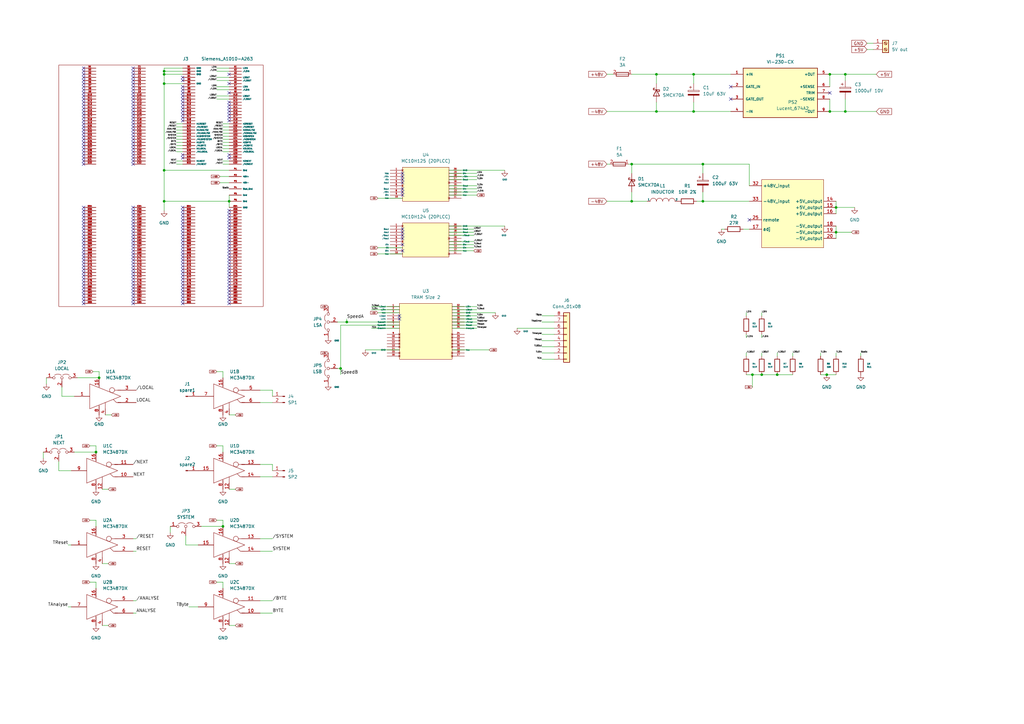
<source format=kicad_sch>
(kicad_sch (version 20211123) (generator eeschema)
  (paper "A3")
  (junction (at 288.29 82.55))
  (junction (at 318.77 153.67))
  (junction (at 342.9 95.25))
  (junction (at 340.36 45.72))
  (junction (at 339.09 153.67))
  (junction (at 269.24 45.72))
  (junction (at 91.44 215.9))
  (junction (at 67.31 30.48))
  (junction (at 269.24 30.48))
  (junction (at 284.48 30.48))
  (junction (at 259.08 82.55))
  (junction (at 288.29 67.31))
  (junction (at 93.98 82.55))
  (junction (at 40.64 154.94))
  (junction (at 259.08 67.31))
  (junction (at 67.31 69.85))
  (junction (at 346.71 30.48))
  (junction (at 39.37 185.42))
  (junction (at 139.7 151.13))
  (junction (at 67.31 29.21))
  (junction (at 67.31 34.29))
  (junction (at 308.61 153.67))
  (junction (at 312.42 153.67))
  (junction (at 142.24 132.08))
  (junction (at 346.71 45.72))
  (junction (at 284.48 45.72))
  (junction (at 342.9 85.09))
  (junction (at 340.36 30.48))
  (junction (at 67.31 82.55))
  (no_connect (at 340.36 38.1))
  (no_connect (at 163.83 129.54))
  (no_connect (at 163.83 130.81))
  (no_connect (at 54.61 29.21))
  (no_connect (at 165.1 93.98))
  (no_connect (at 165.1 95.25))
  (no_connect (at 165.1 97.79))
  (no_connect (at 165.1 96.52))
  (no_connect (at 165.1 80.01))
  (no_connect (at 165.1 78.74))
  (no_connect (at 165.1 100.33))
  (no_connect (at 165.1 102.87))
  (no_connect (at 165.1 74.93))
  (no_connect (at 165.1 77.47))
  (no_connect (at 165.1 73.66))
  (no_connect (at 165.1 72.39))
  (no_connect (at 74.93 102.87))
  (no_connect (at 74.93 101.6))
  (no_connect (at 74.93 100.33))
  (no_connect (at 74.93 99.06))
  (no_connect (at 74.93 97.79))
  (no_connect (at 74.93 96.52))
  (no_connect (at 74.93 95.25))
  (no_connect (at 74.93 93.98))
  (no_connect (at 74.93 92.71))
  (no_connect (at 74.93 91.44))
  (no_connect (at 74.93 90.17))
  (no_connect (at 74.93 88.9))
  (no_connect (at 74.93 87.63))
  (no_connect (at 74.93 86.36))
  (no_connect (at 74.93 85.09))
  (no_connect (at 54.61 119.38))
  (no_connect (at 54.61 118.11))
  (no_connect (at 74.93 114.3))
  (no_connect (at 74.93 115.57))
  (no_connect (at 74.93 116.84))
  (no_connect (at 74.93 118.11))
  (no_connect (at 74.93 119.38))
  (no_connect (at 74.93 120.65))
  (no_connect (at 74.93 109.22))
  (no_connect (at 74.93 110.49))
  (no_connect (at 74.93 111.76))
  (no_connect (at 74.93 113.03))
  (no_connect (at 74.93 107.95))
  (no_connect (at 74.93 106.68))
  (no_connect (at 74.93 105.41))
  (no_connect (at 74.93 104.14))
  (no_connect (at 34.29 92.71))
  (no_connect (at 34.29 91.44))
  (no_connect (at 34.29 90.17))
  (no_connect (at 34.29 88.9))
  (no_connect (at 34.29 87.63))
  (no_connect (at 54.61 120.65))
  (no_connect (at 54.61 121.92))
  (no_connect (at 54.61 123.19))
  (no_connect (at 54.61 124.46))
  (no_connect (at 54.61 110.49))
  (no_connect (at 54.61 111.76))
  (no_connect (at 54.61 113.03))
  (no_connect (at 54.61 114.3))
  (no_connect (at 54.61 115.57))
  (no_connect (at 54.61 116.84))
  (no_connect (at 54.61 104.14))
  (no_connect (at 54.61 105.41))
  (no_connect (at 54.61 106.68))
  (no_connect (at 54.61 107.95))
  (no_connect (at 54.61 109.22))
  (no_connect (at 34.29 86.36))
  (no_connect (at 34.29 85.09))
  (no_connect (at 74.93 121.92))
  (no_connect (at 74.93 124.46))
  (no_connect (at 74.93 123.19))
  (no_connect (at 54.61 97.79))
  (no_connect (at 54.61 99.06))
  (no_connect (at 54.61 100.33))
  (no_connect (at 54.61 101.6))
  (no_connect (at 54.61 102.87))
  (no_connect (at 54.61 91.44))
  (no_connect (at 54.61 92.71))
  (no_connect (at 54.61 93.98))
  (no_connect (at 54.61 95.25))
  (no_connect (at 54.61 96.52))
  (no_connect (at 34.29 124.46))
  (no_connect (at 34.29 123.19))
  (no_connect (at 34.29 121.92))
  (no_connect (at 34.29 120.65))
  (no_connect (at 34.29 119.38))
  (no_connect (at 34.29 118.11))
  (no_connect (at 34.29 116.84))
  (no_connect (at 34.29 115.57))
  (no_connect (at 34.29 114.3))
  (no_connect (at 34.29 113.03))
  (no_connect (at 34.29 111.76))
  (no_connect (at 34.29 110.49))
  (no_connect (at 34.29 109.22))
  (no_connect (at 34.29 107.95))
  (no_connect (at 34.29 106.68))
  (no_connect (at 34.29 105.41))
  (no_connect (at 34.29 104.14))
  (no_connect (at 34.29 102.87))
  (no_connect (at 34.29 101.6))
  (no_connect (at 34.29 100.33))
  (no_connect (at 34.29 99.06))
  (no_connect (at 34.29 97.79))
  (no_connect (at 34.29 96.52))
  (no_connect (at 34.29 95.25))
  (no_connect (at 34.29 93.98))
  (no_connect (at 74.93 63.5))
  (no_connect (at 74.93 64.77))
  (no_connect (at 74.93 41.91))
  (no_connect (at 74.93 40.64))
  (no_connect (at 74.93 39.37))
  (no_connect (at 74.93 38.1))
  (no_connect (at 93.98 41.91))
  (no_connect (at 93.98 43.18))
  (no_connect (at 93.98 44.45))
  (no_connect (at 93.98 45.72))
  (no_connect (at 93.98 46.99))
  (no_connect (at 74.93 33.02))
  (no_connect (at 74.93 31.75))
  (no_connect (at 93.98 38.1))
  (no_connect (at 93.98 34.29))
  (no_connect (at 93.98 30.48))
  (no_connect (at 74.93 49.53))
  (no_connect (at 74.93 43.18))
  (no_connect (at 74.93 46.99))
  (no_connect (at 74.93 45.72))
  (no_connect (at 74.93 44.45))
  (no_connect (at 74.93 48.26))
  (no_connect (at 93.98 48.26))
  (no_connect (at 93.98 49.53))
  (no_connect (at 93.98 63.5))
  (no_connect (at 93.98 64.77))
  (no_connect (at 93.98 86.36))
  (no_connect (at 54.61 85.09))
  (no_connect (at 54.61 86.36))
  (no_connect (at 54.61 87.63))
  (no_connect (at 54.61 88.9))
  (no_connect (at 54.61 90.17))
  (no_connect (at 93.98 87.63))
  (no_connect (at 93.98 88.9))
  (no_connect (at 93.98 90.17))
  (no_connect (at 93.98 91.44))
  (no_connect (at 93.98 92.71))
  (no_connect (at 74.93 35.56))
  (no_connect (at 74.93 36.83))
  (no_connect (at 54.61 27.94))
  (no_connect (at 93.98 93.98))
  (no_connect (at 93.98 95.25))
  (no_connect (at 93.98 96.52))
  (no_connect (at 93.98 97.79))
  (no_connect (at 93.98 99.06))
  (no_connect (at 93.98 100.33))
  (no_connect (at 93.98 101.6))
  (no_connect (at 93.98 102.87))
  (no_connect (at 93.98 104.14))
  (no_connect (at 93.98 105.41))
  (no_connect (at 93.98 106.68))
  (no_connect (at 93.98 107.95))
  (no_connect (at 93.98 109.22))
  (no_connect (at 93.98 110.49))
  (no_connect (at 93.98 111.76))
  (no_connect (at 93.98 113.03))
  (no_connect (at 93.98 114.3))
  (no_connect (at 93.98 115.57))
  (no_connect (at 93.98 116.84))
  (no_connect (at 93.98 118.11))
  (no_connect (at 93.98 119.38))
  (no_connect (at 93.98 120.65))
  (no_connect (at 93.98 121.92))
  (no_connect (at 93.98 123.19))
  (no_connect (at 93.98 124.46))
  (no_connect (at 299.72 35.56))
  (no_connect (at 299.72 40.64))
  (no_connect (at 165.1 71.12))
  (no_connect (at 307.34 90.17))
  (no_connect (at 34.29 53.34))
  (no_connect (at 34.29 52.07))
  (no_connect (at 34.29 50.8))
  (no_connect (at 34.29 49.53))
  (no_connect (at 34.29 48.26))
  (no_connect (at 34.29 46.99))
  (no_connect (at 34.29 45.72))
  (no_connect (at 34.29 44.45))
  (no_connect (at 34.29 43.18))
  (no_connect (at 34.29 41.91))
  (no_connect (at 34.29 40.64))
  (no_connect (at 34.29 39.37))
  (no_connect (at 34.29 38.1))
  (no_connect (at 34.29 36.83))
  (no_connect (at 34.29 35.56))
  (no_connect (at 34.29 34.29))
  (no_connect (at 34.29 33.02))
  (no_connect (at 34.29 54.61))
  (no_connect (at 34.29 31.75))
  (no_connect (at 34.29 30.48))
  (no_connect (at 34.29 29.21))
  (no_connect (at 34.29 27.94))
  (no_connect (at 34.29 67.31))
  (no_connect (at 34.29 66.04))
  (no_connect (at 34.29 64.77))
  (no_connect (at 34.29 63.5))
  (no_connect (at 34.29 62.23))
  (no_connect (at 34.29 60.96))
  (no_connect (at 34.29 59.69))
  (no_connect (at 34.29 58.42))
  (no_connect (at 34.29 57.15))
  (no_connect (at 34.29 55.88))
  (no_connect (at 54.61 60.96))
  (no_connect (at 54.61 62.23))
  (no_connect (at 54.61 63.5))
  (no_connect (at 54.61 64.77))
  (no_connect (at 54.61 66.04))
  (no_connect (at 54.61 67.31))
  (no_connect (at 54.61 54.61))
  (no_connect (at 54.61 55.88))
  (no_connect (at 54.61 57.15))
  (no_connect (at 54.61 58.42))
  (no_connect (at 54.61 59.69))
  (no_connect (at 54.61 49.53))
  (no_connect (at 54.61 50.8))
  (no_connect (at 54.61 48.26))
  (no_connect (at 54.61 52.07))
  (no_connect (at 54.61 53.34))
  (no_connect (at 54.61 30.48))
  (no_connect (at 54.61 31.75))
  (no_connect (at 54.61 33.02))
  (no_connect (at 54.61 34.29))
  (no_connect (at 54.61 35.56))
  (no_connect (at 54.61 36.83))
  (no_connect (at 54.61 38.1))
  (no_connect (at 54.61 39.37))
  (no_connect (at 54.61 40.64))
  (no_connect (at 54.61 41.91))
  (no_connect (at 54.61 43.18))
  (no_connect (at 54.61 44.45))
  (no_connect (at 54.61 45.72))
  (no_connect (at 54.61 46.99))
  (wire (pts (xy 285.75 82.55) (xy 288.29 82.55)))
  (wire (pts (xy 91.44 182.88) (xy 91.44 185.42)))
  (wire (pts (xy 76.2 223.52) (xy 81.28 223.52)))
  (wire (pts (xy 39.37 238.76) (xy 39.37 241.3)))
  (wire (pts (xy 36.83 213.36) (xy 39.37 213.36)))
  (wire (pts (xy 346.71 45.72) (xy 359.41 45.72)))
  (wire (pts (xy 41.91 200.66) (xy 44.45 200.66)))
  (wire (pts (xy 184.15 69.85) (xy 207.01 69.85)))
  (wire (pts (xy 91.44 67.31) (xy 93.98 67.31)))
  (wire (pts (xy 248.92 67.31) (xy 250.19 67.31)))
  (wire (pts (xy 72.39 60.96) (xy 74.93 60.96)))
  (wire (pts (xy 67.31 82.55) (xy 67.31 86.36)))
  (wire (pts (xy 185.42 125.73) (xy 195.58 125.73)))
  (wire (pts (xy 91.44 213.36) (xy 91.44 215.9)))
  (wire (pts (xy 77.47 248.92) (xy 81.28 248.92)))
  (wire (pts (xy 295.91 93.98) (xy 297.18 93.98)))
  (wire (pts (xy 185.42 129.54) (xy 195.58 129.54)))
  (wire (pts (xy 67.31 30.48) (xy 74.93 30.48)))
  (wire (pts (xy 259.08 82.55) (xy 265.43 82.55)))
  (wire (pts (xy 200.66 143.51) (xy 185.42 143.51)))
  (wire (pts (xy 82.55 215.9) (xy 91.44 215.9)))
  (wire (pts (xy 54.61 246.38) (xy 55.88 246.38)))
  (wire (pts (xy 185.42 127) (xy 195.58 127)))
  (wire (pts (xy 184.15 95.25) (xy 194.31 95.25)))
  (wire (pts (xy 284.48 45.72) (xy 299.72 45.72)))
  (wire (pts (xy 93.98 80.01) (xy 93.98 82.55)))
  (wire (pts (xy 106.68 251.46) (xy 111.76 251.46)))
  (wire (pts (xy 306.07 153.67) (xy 308.61 153.67)))
  (wire (pts (xy 342.9 82.55) (xy 342.9 85.09)))
  (wire (pts (xy 288.29 67.31) (xy 288.29 71.12)))
  (wire (pts (xy 111.76 160.02) (xy 106.68 160.02)))
  (wire (pts (xy 54.61 251.46) (xy 55.88 251.46)))
  (wire (pts (xy 259.08 78.74) (xy 259.08 82.55)))
  (wire (pts (xy 72.39 50.8) (xy 74.93 50.8)))
  (wire (pts (xy 91.44 50.8) (xy 93.98 50.8)))
  (wire (pts (xy 88.9 36.83) (xy 93.98 36.83)))
  (wire (pts (xy 342.9 85.09) (xy 342.9 87.63)))
  (wire (pts (xy 306.07 137.16) (xy 306.07 138.43)))
  (wire (pts (xy 184.15 76.2) (xy 195.58 76.2)))
  (wire (pts (xy 88.9 27.94) (xy 93.98 27.94)))
  (wire (pts (xy 72.39 66.04) (xy 74.93 66.04)))
  (wire (pts (xy 284.48 30.48) (xy 284.48 34.29)))
  (wire (pts (xy 106.68 220.98) (xy 111.76 220.98)))
  (wire (pts (xy 93.98 231.14) (xy 96.52 231.14)))
  (wire (pts (xy 91.44 53.34) (xy 93.98 53.34)))
  (wire (pts (xy 163.83 132.08) (xy 142.24 132.08)))
  (wire (pts (xy 312.42 128.27) (xy 312.42 129.54)))
  (wire (pts (xy 111.76 162.56) (xy 111.76 160.02)))
  (wire (pts (xy 27.94 223.52) (xy 29.21 223.52)))
  (wire (pts (xy 54.61 220.98) (xy 55.88 220.98)))
  (wire (pts (xy 346.71 30.48) (xy 346.71 33.02)))
  (wire (pts (xy 27.94 248.92) (xy 29.21 248.92)))
  (wire (pts (xy 353.06 144.78) (xy 353.06 146.05)))
  (wire (pts (xy 222.25 129.54) (xy 227.33 129.54)))
  (wire (pts (xy 72.39 58.42) (xy 74.93 58.42)))
  (wire (pts (xy 222.25 137.16) (xy 227.33 137.16)))
  (wire (pts (xy 72.39 57.15) (xy 74.93 57.15)))
  (wire (pts (xy 91.44 57.15) (xy 93.98 57.15)))
  (wire (pts (xy 154.94 104.14) (xy 165.1 104.14)))
  (wire (pts (xy 184.15 73.66) (xy 195.58 73.66)))
  (wire (pts (xy 72.39 55.88) (xy 74.93 55.88)))
  (wire (pts (xy 88.9 152.4) (xy 91.44 152.4)))
  (wire (pts (xy 30.48 185.42) (xy 39.37 185.42)))
  (wire (pts (xy 184.15 72.39) (xy 195.58 72.39)))
  (wire (pts (xy 288.29 78.74) (xy 288.29 82.55)))
  (wire (pts (xy 154.94 101.6) (xy 165.1 101.6)))
  (wire (pts (xy 72.39 59.69) (xy 74.93 59.69)))
  (wire (pts (xy 40.64 152.4) (xy 40.64 154.94)))
  (wire (pts (xy 91.44 62.23) (xy 93.98 62.23)))
  (wire (pts (xy 259.08 67.31) (xy 259.08 71.12)))
  (wire (pts (xy 284.48 41.91) (xy 284.48 45.72)))
  (wire (pts (xy 139.7 133.35) (xy 139.7 151.13)))
  (wire (pts (xy 106.68 165.1) (xy 111.76 165.1)))
  (wire (pts (xy 184.15 92.71) (xy 207.01 92.71)))
  (wire (pts (xy 106.68 246.38) (xy 111.76 246.38)))
  (wire (pts (xy 312.42 144.78) (xy 312.42 146.05)))
  (wire (pts (xy 111.76 193.04) (xy 111.76 190.5)))
  (wire (pts (xy 259.08 30.48) (xy 269.24 30.48)))
  (wire (pts (xy 318.77 153.67) (xy 325.12 153.67)))
  (wire (pts (xy 19.05 154.94) (xy 19.05 157.48)))
  (wire (pts (xy 184.15 93.98) (xy 194.31 93.98)))
  (wire (pts (xy 38.1 152.4) (xy 40.64 152.4)))
  (wire (pts (xy 325.12 144.78) (xy 325.12 146.05)))
  (wire (pts (xy 93.98 82.55) (xy 93.98 85.09)))
  (wire (pts (xy 67.31 30.48) (xy 67.31 34.29)))
  (wire (pts (xy 69.85 215.9) (xy 69.85 218.44)))
  (wire (pts (xy 259.08 67.31) (xy 288.29 67.31)))
  (wire (pts (xy 184.15 102.87) (xy 194.31 102.87)))
  (wire (pts (xy 91.44 152.4) (xy 91.44 154.94)))
  (wire (pts (xy 184.15 100.33) (xy 194.31 100.33)))
  (wire (pts (xy 163.83 133.35) (xy 139.7 133.35)))
  (wire (pts (xy 138.43 132.08) (xy 142.24 132.08)))
  (wire (pts (xy 248.92 45.72) (xy 269.24 45.72)))
  (wire (pts (xy 185.42 130.81) (xy 195.58 130.81)))
  (wire (pts (xy 185.42 134.62) (xy 195.58 134.62)))
  (wire (pts (xy 152.4 127) (xy 163.83 127)))
  (wire (pts (xy 288.29 67.31) (xy 307.34 67.31)))
  (wire (pts (xy 90.17 74.93) (xy 93.98 74.93)))
  (wire (pts (xy 106.68 190.5) (xy 111.76 190.5)))
  (wire (pts (xy 222.25 144.78) (xy 227.33 144.78)))
  (wire (pts (xy 91.44 55.88) (xy 93.98 55.88)))
  (wire (pts (xy 318.77 144.78) (xy 318.77 146.05)))
  (wire (pts (xy 227.33 134.62) (xy 212.09 134.62)))
  (wire (pts (xy 307.34 67.31) (xy 307.34 76.2)))
  (wire (pts (xy 91.44 52.07) (xy 93.98 52.07)))
  (wire (pts (xy 67.31 34.29) (xy 67.31 69.85)))
  (wire (pts (xy 304.8 93.98) (xy 307.34 93.98)))
  (wire (pts (xy 67.31 34.29) (xy 74.93 34.29)))
  (wire (pts (xy 154.94 128.27) (xy 163.83 128.27)))
  (wire (pts (xy 248.92 82.55) (xy 259.08 82.55)))
  (wire (pts (xy 184.15 99.06) (xy 194.31 99.06)))
  (wire (pts (xy 88.9 40.64) (xy 93.98 40.64)))
  (wire (pts (xy 138.43 151.13) (xy 139.7 151.13)))
  (wire (pts (xy 17.78 185.42) (xy 17.78 187.96)))
  (wire (pts (xy 222.25 139.7) (xy 227.33 139.7)))
  (wire (pts (xy 340.36 45.72) (xy 346.71 45.72)))
  (wire (pts (xy 340.36 30.48) (xy 346.71 30.48)))
  (wire (pts (xy 93.98 200.66) (xy 96.52 200.66)))
  (wire (pts (xy 340.36 40.64) (xy 340.36 45.72)))
  (wire (pts (xy 88.9 31.75) (xy 93.98 31.75)))
  (wire (pts (xy 355.6 17.77) (xy 358.14 17.77)))
  (wire (pts (xy 152.4 134.62) (xy 163.83 134.62)))
  (wire (pts (xy 74.93 27.94) (xy 67.31 27.94)))
  (wire (pts (xy 308.61 153.67) (xy 308.61 158.75)))
  (wire (pts (xy 31.75 154.94) (xy 40.64 154.94)))
  (wire (pts (xy 90.17 72.39) (xy 93.98 72.39)))
  (wire (pts (xy 72.39 52.07) (xy 74.93 52.07)))
  (wire (pts (xy 24.13 193.04) (xy 29.21 193.04)))
  (wire (pts (xy 25.4 158.75) (xy 25.4 162.56)))
  (wire (pts (xy 67.31 82.55) (xy 93.98 82.55)))
  (wire (pts (xy 91.44 58.42) (xy 93.98 58.42)))
  (wire (pts (xy 355.6 20.31) (xy 358.14 20.31)))
  (wire (pts (xy 93.98 170.18) (xy 96.52 170.18)))
  (wire (pts (xy 39.37 213.36) (xy 39.37 215.9)))
  (wire (pts (xy 342.9 95.25) (xy 349.25 95.25)))
  (wire (pts (xy 91.44 66.04) (xy 93.98 66.04)))
  (wire (pts (xy 72.39 62.23) (xy 74.93 62.23)))
  (wire (pts (xy 106.68 195.58) (xy 111.76 195.58)))
  (wire (pts (xy 152.4 125.73) (xy 163.83 125.73)))
  (wire (pts (xy 185.42 132.08) (xy 195.58 132.08)))
  (wire (pts (xy 184.15 78.74) (xy 195.58 78.74)))
  (wire (pts (xy 88.9 39.37) (xy 93.98 39.37)))
  (wire (pts (xy 269.24 45.72) (xy 284.48 45.72)))
  (wire (pts (xy 24.13 189.23) (xy 24.13 193.04)))
  (wire (pts (xy 43.18 170.18) (xy 45.72 170.18)))
  (wire (pts (xy 91.44 238.76) (xy 91.44 241.3)))
  (wire (pts (xy 93.98 256.54) (xy 96.52 256.54)))
  (wire (pts (xy 88.9 213.36) (xy 91.44 213.36)))
  (wire (pts (xy 342.9 85.09) (xy 350.52 85.09)))
  (wire (pts (xy 346.71 40.64) (xy 346.71 45.72)))
  (wire (pts (xy 39.37 182.88) (xy 39.37 185.42)))
  (wire (pts (xy 88.9 238.76) (xy 91.44 238.76)))
  (wire (pts (xy 336.55 144.78) (xy 336.55 146.05)))
  (wire (pts (xy 308.61 153.67) (xy 312.42 153.67)))
  (wire (pts (xy 91.44 59.69) (xy 93.98 59.69)))
  (wire (pts (xy 184.15 96.52) (xy 194.31 96.52)))
  (wire (pts (xy 67.31 27.94) (xy 67.31 29.21)))
  (wire (pts (xy 88.9 35.56) (xy 93.98 35.56)))
  (wire (pts (xy 342.9 144.78) (xy 342.9 146.05)))
  (wire (pts (xy 340.36 30.48) (xy 340.36 35.56)))
  (wire (pts (xy 184.15 77.47) (xy 195.58 77.47)))
  (wire (pts (xy 67.31 29.21) (xy 67.31 30.48)))
  (wire (pts (xy 185.42 133.35) (xy 195.58 133.35)))
  (wire (pts (xy 222.25 147.32) (xy 227.33 147.32)))
  (wire (pts (xy 149.86 143.51) (xy 163.83 143.51)))
  (wire (pts (xy 306.07 128.27) (xy 306.07 129.54)))
  (wire (pts (xy 222.25 132.08) (xy 227.33 132.08)))
  (wire (pts (xy 339.09 153.67) (xy 342.9 153.67)))
  (wire (pts (xy 67.31 69.85) (xy 93.98 69.85)))
  (wire (pts (xy 248.92 30.48) (xy 251.46 30.48)))
  (wire (pts (xy 106.68 226.06) (xy 111.76 226.06)))
  (wire (pts (xy 342.9 92.71) (xy 342.9 95.25)))
  (wire (pts (xy 41.91 231.14) (xy 44.45 231.14)))
  (wire (pts (xy 312.42 153.67) (xy 318.77 153.67)))
  (wire (pts (xy 269.24 41.91) (xy 269.24 45.72)))
  (wire (pts (xy 72.39 54.61) (xy 74.93 54.61)))
  (wire (pts (xy 269.24 30.48) (xy 284.48 30.48)))
  (wire (pts (xy 91.44 60.96) (xy 93.98 60.96)))
  (wire (pts (xy 41.91 256.54) (xy 44.45 256.54)))
  (wire (pts (xy 36.83 182.88) (xy 39.37 182.88)))
  (wire (pts (xy 88.9 29.21) (xy 93.98 29.21)))
  (wire (pts (xy 339.09 30.48) (xy 340.36 30.48)))
  (wire (pts (xy 88.9 182.88) (xy 91.44 182.88)))
  (wire (pts (xy 222.25 142.24) (xy 227.33 142.24)))
  (wire (pts (xy 184.15 71.12) (xy 195.58 71.12)))
  (wire (pts (xy 36.83 238.76) (xy 39.37 238.76)))
  (wire (pts (xy 257.81 67.31) (xy 259.08 67.31)))
  (wire (pts (xy 336.55 153.67) (xy 339.09 153.67)))
  (wire (pts (xy 269.24 30.48) (xy 269.24 34.29)))
  (wire (pts (xy 154.94 81.28) (xy 165.1 81.28)))
  (wire (pts (xy 306.07 144.78) (xy 306.07 146.05)))
  (wire (pts (xy 142.24 132.08) (xy 142.24 130.81)))
  (wire (pts (xy 67.31 29.21) (xy 74.93 29.21)))
  (wire (pts (xy 67.31 69.85) (xy 67.31 82.55)))
  (wire (pts (xy 312.42 137.16) (xy 312.42 138.43)))
  (wire (pts (xy 88.9 33.02) (xy 93.98 33.02)))
  (wire (pts (xy 54.61 226.06) (xy 55.88 226.06)))
  (wire (pts (xy 185.42 128.27) (xy 203.2 128.27)))
  (wire (pts (xy 346.71 30.48) (xy 359.41 30.48)))
  (wire (pts (xy 25.4 162.56) (xy 30.48 162.56)))
  (wire (pts (xy 288.29 82.55) (xy 307.34 82.55)))
  (wire (pts (xy 284.48 30.48) (xy 299.72 30.48)))
  (wire (pts (xy 139.7 151.13) (xy 139.7 153.67)))
  (wire (pts (xy 184.15 101.6) (xy 194.31 101.6)))
  (wire (pts (xy 91.44 54.61) (xy 93.98 54.61)))
  (wire (pts (xy 184.15 80.01) (xy 195.58 80.01)))
  (wire (pts (xy 76.2 219.71) (xy 76.2 223.52)))
  (wire (pts (xy 342.9 95.25) (xy 342.9 97.79)))
  (wire (pts (xy 72.39 53.34) (xy 74.93 53.34)))
  (wire (pts (xy 72.39 67.31) (xy 74.93 67.31)))
  (label "L3OUT" (at 194.31 95.25 0) (effects (font (size 0.6 0.6))))
  (label "{slash}ANALYSE" (at 72.39 54.61 180) (effects (font (size 0.6 0.6))))
  (label "TByte" (at 222.25 129.54 180) (effects (font (size 0.6 0.6))))
  (label "TL3out" (at 194.31 100.33 0) (effects (font (size 0.6 0.6))))
  (label "BYTE" (at 91.44 58.42 180) (effects (font (size 0.6 0.6))))
  (label "TAnalyse" (at 27.94 248.92 180))
  (label "{slash}ANALYSE" (at 91.44 54.61 180) (effects (font (size 0.6 0.6))))
  (label "TL2in" (at 342.9 144.78 0) (effects (font (size 0.6 0.6))))
  (label "{slash}L3IN" (at 195.58 72.39 0) (effects (font (size 0.6 0.6))))
  (label "L2OUT" (at 325.12 144.78 0) (effects (font (size 0.6 0.6))))
  (label "{slash}SYSTEM" (at 72.39 57.15 180) (effects (font (size 0.6 0.6))))
  (label "TL0Out" (at 222.25 142.24 180) (effects (font (size 0.6 0.6))))
  (label "{slash}L3IN" (at 312.42 138.43 0) (effects (font (size 0.6 0.6))))
  (label "{slash}SYSTEM" (at 91.44 57.15 180) (effects (font (size 0.6 0.6))))
  (label "TClk" (at 152.4 134.62 0) (effects (font (size 0.6 0.6))))
  (label "L2OUT" (at 194.31 93.98 0) (effects (font (size 0.6 0.6))))
  (label "SYSTEM" (at 91.44 55.88 180) (effects (font (size 0.6 0.6))))
  (label "{slash}ANALYSE" (at 55.88 246.38 0))
  (label "RESET" (at 91.44 50.8 180) (effects (font (size 0.6 0.6))))
  (label "L2IN" (at 88.9 27.94 180) (effects (font (size 0.6 0.6))))
  (label "LOCAL" (at 72.39 60.96 180) (effects (font (size 0.6 0.6))))
  (label "L2IN" (at 195.58 77.47 0) (effects (font (size 0.6 0.6))))
  (label "SYSTEM" (at 72.39 55.88 180) (effects (font (size 0.6 0.6))))
  (label "{slash}L3OUT" (at 306.07 144.78 0) (effects (font (size 0.6 0.6))))
  (label "TByte" (at 77.47 248.92 180))
  (label "TL2out" (at 152.4 125.73 0) (effects (font (size 0.6 0.6))))
  (label "{slash}NEXT" (at 72.39 67.31 180) (effects (font (size 0.6 0.6))))
  (label "BYTE" (at 111.76 251.46 0))
  (label "{slash}LOCAL" (at 72.39 62.23 180) (effects (font (size 0.6 0.6))))
  (label "TL2in" (at 195.58 76.2 0) (effects (font (size 0.6 0.6))))
  (label "{slash}LOCAL" (at 55.88 160.02 0))
  (label "{slash}RESET" (at 72.39 52.07 180) (effects (font (size 0.6 0.6))))
  (label "L3OUT" (at 88.9 39.37 180) (effects (font (size 0.6 0.6))))
  (label "BYTE" (at 72.39 58.42 180) (effects (font (size 0.6 0.6))))
  (label "SYSTEM" (at 111.76 226.06 0))
  (label "TL3in" (at 195.58 125.73 0) (effects (font (size 0.6 0.6))))
  (label "{slash}NEXT" (at 54.61 190.5 0))
  (label "{slash}L3OUT" (at 88.9 40.64 180) (effects (font (size 0.6 0.6))))
  (label "{slash}L2IN" (at 88.9 29.21 180) (effects (font (size 0.6 0.6))))
  (label "L3IN" (at 88.9 35.56 180) (effects (font (size 0.6 0.6))))
  (label "TL3in" (at 195.58 73.66 0) (effects (font (size 0.6 0.6))))
  (label "LOCAL" (at 55.88 165.1 0))
  (label "{slash}BYTE" (at 91.44 59.69 180) (effects (font (size 0.6 0.6))))
  (label "ANALYSE" (at 91.44 53.34 180) (effects (font (size 0.6 0.6))))
  (label "ANALYSE" (at 55.88 251.46 0))
  (label "Static" (at 93.98 77.47 180) (effects (font (size 0.6 0.6))))
  (label "L3IN" (at 195.58 71.12 0) (effects (font (size 0.6 0.6))))
  (label "{slash}RESET" (at 55.88 220.98 0))
  (label "TL2out" (at 194.31 101.6 0) (effects (font (size 0.6 0.6))))
  (label "TL0Out" (at 195.58 130.81 0) (effects (font (size 0.6 0.6))))
  (label "ANALYSE" (at 72.39 53.34 180) (effects (font (size 0.6 0.6))))
  (label "TAnalyse" (at 195.58 134.62 0) (effects (font (size 0.6 0.6))))
  (label "L3IN" (at 312.42 128.27 0) (effects (font (size 0.6 0.6))))
  (label "{slash}L2IN" (at 195.58 78.74 0) (effects (font (size 0.6 0.6))))
  (label "TAnalyse" (at 222.25 137.16 180) (effects (font (size 0.6 0.6))))
  (label "RESET" (at 55.88 226.06 0))
  (label "NEXT" (at 54.61 195.58 0))
  (label "TL0In" (at 222.25 144.78 180) (effects (font (size 0.6 0.6))))
  (label "TNotError" (at 195.58 132.08 0) (effects (font (size 0.6 0.6))))
  (label "{slash}NEXT" (at 91.44 67.31 180) (effects (font (size 0.6 0.6))))
  (label "{slash}SYSTEM" (at 111.76 220.98 0))
  (label "{slash}L2IN" (at 306.07 138.43 0) (effects (font (size 0.6 0.6))))
  (label "{slash}L2OUT" (at 194.31 99.06 0) (effects (font (size 0.6 0.6))))
  (label "TClk" (at 222.25 147.32 180) (effects (font (size 0.6 0.6))))
  (label "L2IN" (at 306.07 128.27 0) (effects (font (size 0.6 0.6))))
  (label "{slash}BYTE" (at 72.39 59.69 180) (effects (font (size 0.6 0.6))))
  (label "TL3in" (at 336.55 144.78 0) (effects (font (size 0.6 0.6))))
  (label "L3OUT" (at 312.42 144.78 0) (effects (font (size 0.6 0.6))))
  (label "SpeedB" (at 139.7 153.67 0))
  (label "TL0In" (at 195.58 129.54 0) (effects (font (size 0.6 0.6))))
  (label "{slash}LOCAL" (at 91.44 62.23 180) (effects (font (size 0.6 0.6))))
  (label "{slash}L2OUT" (at 88.9 33.02 180) (effects (font (size 0.6 0.6))))
  (label "TReset" (at 195.58 133.35 0) (effects (font (size 0.6 0.6))))
  (label "{slash}BYTE" (at 111.76 246.38 0))
  (label "RESET" (at 72.39 50.8 180) (effects (font (size 0.6 0.6))))
  (label "LOCAL" (at 91.44 60.96 180) (effects (font (size 0.6 0.6))))
  (label "SpeedA" (at 142.24 130.81 0))
  (label "L2OUT" (at 88.9 31.75 180) (effects (font (size 0.6 0.6))))
  (label "{slash}RESET" (at 91.44 52.07 180) (effects (font (size 0.6 0.6))))
  (label "TReset" (at 27.94 223.52 180))
  (label "{slash}L3IN" (at 88.9 36.83 180) (effects (font (size 0.6 0.6))))
  (label "NEXT" (at 91.44 66.04 180) (effects (font (size 0.6 0.6))))
  (label "TL2in" (at 152.4 127 0) (effects (font (size 0.6 0.6))))
  (label "{slash}L3OUT" (at 194.31 96.52 0) (effects (font (size 0.6 0.6))))
  (label "Static" (at 353.06 144.78 0) (effects (font (size 0.6 0.6))))
  (label "TL3out" (at 195.58 127 0) (effects (font (size 0.6 0.6))))
  (label "TReset" (at 222.25 139.7 180) (effects (font (size 0.6 0.6))))
  (label "NEXT" (at 72.39 66.04 180) (effects (font (size 0.6 0.6))))
  (label "TNotError" (at 222.25 132.08 180) (effects (font (size 0.6 0.6))))
  (label "{slash}L2OUT" (at 318.77 144.78 0) (effects (font (size 0.6 0.6))))
  (global_label "+5V" (shape input) (at 134.62 144.78 180) (effects (font (size 0.6 0.6))) (property "Intersheet References" "${INTERSHEET_REFS}" (effects hide)))
  (global_label "-5V" (shape input) (at 349.25 95.25 0) (effects (font (size 0.6 0.6))) (property "Intersheet References" "${INTERSHEET_REFS}" (effects hide)))
  (global_label "+5V" (shape input) (at 355.6 20.31 180) (property "Intersheet References" "${INTERSHEET_REFS}" (effects hide)))
  (global_label "GND" (shape input) (at 355.6 17.77 180) (property "Intersheet References" "${INTERSHEET_REFS}" (effects hide)))
  (global_label "+5V" (shape input) (at 195.58 80.01 0) (effects (font (size 0.6 0.6))) (property "Intersheet References" "${INTERSHEET_REFS}" (effects hide)))
  (global_label "-48V" (shape input) (at 90.17 74.93 180) (effects (font (size 0.6 0.6))) (property "Intersheet References" "${INTERSHEET_REFS}" (effects hide)))
  (global_label "+5V" (shape input) (at 194.31 102.87 0) (effects (font (size 0.6 0.6))) (property "Intersheet References" "${INTERSHEET_REFS}" (effects hide)))
  (global_label "+5V" (shape input) (at 359.41 30.48 0) (property "Intersheet References" "${INTERSHEET_REFS}" (effects hide)))
  (global_label "+5V" (shape input) (at 36.83 213.36 180) (effects (font (size 0.6 0.6))) (property "Intersheet References" "${INTERSHEET_REFS}" (effects hide)))
  (global_label "+5V" (shape input) (at 200.66 143.51 0) (effects (font (size 0.6 0.6))) (property "Intersheet References" "${INTERSHEET_REFS}" (effects hide)))
  (global_label "+5V" (shape input) (at 44.45 231.14 0) (effects (font (size 0.6 0.6))) (property "Intersheet References" "${INTERSHEET_REFS}" (effects hide)))
  (global_label "+5V" (shape input) (at 154.94 128.27 180) (effects (font (size 0.6 0.6))) (property "Intersheet References" "${INTERSHEET_REFS}" (effects hide)))
  (global_label "+5V" (shape input) (at 44.45 256.54 0) (effects (font (size 0.6 0.6))) (property "Intersheet References" "${INTERSHEET_REFS}" (effects hide)))
  (global_label "GND" (shape input) (at 359.41 45.72 0) (property "Intersheet References" "${INTERSHEET_REFS}" (effects hide)))
  (global_label "+5V" (shape input) (at 96.52 256.54 0) (effects (font (size 0.6 0.6))) (property "Intersheet References" "${INTERSHEET_REFS}" (effects hide)))
  (global_label "+5V" (shape input) (at 36.83 238.76 180) (effects (font (size 0.6 0.6))) (property "Intersheet References" "${INTERSHEET_REFS}" (effects hide)))
  (global_label "-5V" (shape input) (at 154.94 104.14 180) (effects (font (size 0.6 0.6))) (property "Intersheet References" "${INTERSHEET_REFS}" (effects hide)))
  (global_label "+48V" (shape input) (at 248.92 67.31 180) (property "Intersheet References" "${INTERSHEET_REFS}" (effects hide)))
  (global_label "+5V" (shape input) (at 96.52 170.18 0) (effects (font (size 0.6 0.6))) (property "Intersheet References" "${INTERSHEET_REFS}" (effects hide)))
  (global_label "+5V" (shape input) (at 88.9 182.88 180) (effects (font (size 0.6 0.6))) (property "Intersheet References" "${INTERSHEET_REFS}" (effects hide)))
  (global_label "+5V" (shape input) (at 134.62 125.73 180) (effects (font (size 0.6 0.6))) (property "Intersheet References" "${INTERSHEET_REFS}" (effects hide)))
  (global_label "-48V" (shape input) (at 248.92 82.55 180) (property "Intersheet References" "${INTERSHEET_REFS}" (effects hide)))
  (global_label "+5V" (shape input) (at 45.72 170.18 0) (effects (font (size 0.6 0.6))) (property "Intersheet References" "${INTERSHEET_REFS}" (effects hide)))
  (global_label "+5V" (shape input) (at 96.52 200.66 0) (effects (font (size 0.6 0.6))) (property "Intersheet References" "${INTERSHEET_REFS}" (effects hide)))
  (global_label "+5V" (shape input) (at 38.1 152.4 180) (effects (font (size 0.6 0.6))) (property "Intersheet References" "${INTERSHEET_REFS}" (effects hide)))
  (global_label "+5V" (shape input) (at 88.9 213.36 180) (effects (font (size 0.6 0.6))) (property "Intersheet References" "${INTERSHEET_REFS}" (effects hide)))
  (global_label "+48V" (shape input) (at 248.92 30.48 180) (property "Intersheet References" "${INTERSHEET_REFS}" (effects hide)))
  (global_label "+5V" (shape input) (at 36.83 182.88 180) (effects (font (size 0.6 0.6))) (property "Intersheet References" "${INTERSHEET_REFS}" (effects hide)))
  (global_label "+48V" (shape input) (at 90.17 72.39 180) (effects (font (size 0.6 0.6))) (property "Intersheet References" "${INTERSHEET_REFS}" (effects hide)))
  (global_label "+5V" (shape input) (at 96.52 231.14 0) (effects (font (size 0.6 0.6))) (property "Intersheet References" "${INTERSHEET_REFS}" (effects hide)))
  (global_label "-48V" (shape input) (at 248.92 45.72 180) (property "Intersheet References" "${INTERSHEET_REFS}" (effects hide)))
  (global_label "+5V" (shape input) (at 88.9 238.76 180) (effects (font (size 0.6 0.6))) (property "Intersheet References" "${INTERSHEET_REFS}" (effects hide)))
  (global_label "+5V" (shape input) (at 88.9 152.4 180) (effects (font (size 0.6 0.6))) (property "Intersheet References" "${INTERSHEET_REFS}" (effects hide)))
  (global_label "+5V" (shape input) (at 44.45 200.66 0) (effects (font (size 0.6 0.6))) (property "Intersheet References" "${INTERSHEET_REFS}" (effects hide)))
  (global_label "-5V" (shape input) (at 154.94 81.28 180) (effects (font (size 0.6 0.6))) (property "Intersheet References" "${INTERSHEET_REFS}" (effects hide)))
  (global_label "+5V" (shape input) (at 154.94 101.6 180) (effects (font (size 0.6 0.6))) (property "Intersheet References" "${INTERSHEET_REFS}" (effects hide)))
  (global_label "-5V" (shape input) (at 308.61 158.75 180) (effects (font (size 0.6 0.6))) (property "Intersheet References" "${INTERSHEET_REFS}" (effects hide)))
  (symbol (lib_id "Jumper:Jumper_3_Open") (at 134.62 132.08 90) (unit 1)
    (property "Reference" "JP4" (at 132.08 130.8099 90) (effects (justify left)))
    (property "Value" "LSA" (at 132.08 133.3499 90) (effects (justify left)))
    (property "Footprint" "Connector_PinHeader_2.54mm:PinHeader_1x03_P2.54mm_Vertical" (effects hide))
  )
  (symbol (lib_id "Connector:Screw_Terminal_01x02") (at 363.22 17.77 0) (unit 1)
    (property "Reference" "J7" (at 365.76 17.7699 0) (effects (justify left)))
    (property "Value" "5V out" (at 365.76 20.3099 0) (effects (justify left)))
    (property "Footprint" "TerminalBlock:TerminalBlock_bornier-2_P5.08mm" (effects hide))
  )
  (symbol (lib_id "Device:R") (at 306.07 149.86 0) (unit 1)
    (property "Reference" "R4" (at 308.61 149.225 0) (effects (font (size 0.6 0.6)) (justify left)))
    (property "Value" "51R" (at 308.61 150.495 0) (effects (font (size 0.6 0.6)) (justify left)))
    (property "Footprint" "Resistor_SMD:R_1206_3216Metric_Pad1.30x1.75mm_HandSolder" (effects hide))
  )
  (symbol (lib_id "Jumper:Jumper_3_Open") (at 24.13 185.42 0) (unit 1)
    (property "Reference" "JP1" (at 24.13 179.07 0))
    (property "Value" "NEXT" (at 24.13 181.61 0))
    (property "Footprint" "Connector_PinHeader_2.54mm:PinHeader_1x03_P2.54mm_Vertical" (effects hide))
  )
  (symbol (lib_id "Interface_LineDriver:MC3487DX") (at 43.18 162.56 0) (unit 1)
    (property "Reference" "U1" (at 43.4087 152.4 0) (effects (justify left)))
    (property "Value" "MC3487DX" (at 43.4087 154.94 0) (effects (justify left)))
    (property "Footprint" "Package_SO:SOIC-16_3.9x9.9mm_P1.27mm" (effects hide))
    (property "Datasheet" "http://www.ti.com/lit/ds/symlink/mc3487.pdf" (effects hide))
  )
  (symbol (lib_id "Connector_Generic:Conn_01x08") (at 232.41 139.7 0) (mirror x) (unit 1)
    (property "Reference" "J6" (at 232.41 123.19 0))
    (property "Value" "Conn_01x08" (at 232.41 125.73 0))
    (property "Footprint" "Connector_PinHeader_2.54mm:PinHeader_1x08_P2.54mm_Vertical" (effects hide))
  )
  (symbol (lib_id "power:GND") (at 17.78 187.96 0) (unit 1)
    (property "Reference" "#PWR01" (effects hide))
    (property "Value" "GND" (at 17.78 193.04 0))
  )
  (symbol (lib_id "Interface_LineDriver:MC3487DX") (at 93.98 248.92 0) (unit 3)
    (property "Reference" "U2" (at 94.2087 238.76 0) (effects (justify left)))
    (property "Value" "MC3487DX" (at 94.2087 241.3 0) (effects (justify left)))
    (property "Footprint" "Package_SO:SOIC-16_3.9x9.9mm_P1.27mm" (effects hide))
    (property "Datasheet" "http://www.ti.com/lit/ds/symlink/mc3487.pdf" (effects hide))
  )
  (symbol (lib_id "power:GND") (at 350.52 85.09 0) (unit 1)
    (property "Reference" "#PWR0102" (effects hide))
    (property "Value" "GND" (at 350.52 90.17 0))
  )
  (symbol (lib_id "Device:D_Schottky") (at 269.24 38.1 90) (mirror x) (unit 1)
    (property "Reference" "D2" (at 271.78 36.5124 90) (effects (justify right)))
    (property "Value" "SMCX70A" (at 271.78 39.0524 90) (effects (justify right)))
    (property "Footprint" "Diode_SMD:D_SMC_Handsoldering" (effects hide))
  )
  (symbol (lib_id "Transputer:TRAM Size 2") (at 168.91 121.92 0) (unit 1)
    (property "Reference" "U3" (at 174.625 119.38 0))
    (property "Value" "TRAM Size 2" (at 174.625 121.92 0))
    (property "Footprint" "Transputer:TRAM size 2" (effects hide))
  )
  (symbol (lib_id "Connector:Conn_01x02_Male") (at 116.84 193.04 0) (mirror y) (unit 1)
    (property "Reference" "J5" (at 118.11 193.0399 0) (effects (justify right)))
    (property "Value" "SP2" (at 118.11 195.5799 0) (effects (justify right)))
    (property "Footprint" "Connector_PinHeader_2.54mm:PinHeader_1x02_P2.54mm_Vertical" (effects hide))
  )
  (symbol (lib_id "power:GND") (at 19.05 157.48 0) (unit 1)
    (property "Reference" "#PWR02" (effects hide))
    (property "Value" "GND" (at 19.05 162.56 0))
  )
  (symbol (lib_id "power:GND") (at 203.2 128.27 0) (unit 1)
    (property "Reference" "#PWR016" (effects hide))
    (property "Value" "GND" (at 205.74 129.54 0) (effects (font (size 0.6 0.6)) (justify left)))
  )
  (symbol (lib_id "Jumper:Jumper_3_Open") (at 134.62 151.13 90) (unit 1)
    (property "Reference" "JP5" (at 132.08 149.8599 90) (effects (justify left)))
    (property "Value" "LSB" (at 132.08 152.3999 90) (effects (justify left)))
    (property "Footprint" "Connector_PinHeader_2.54mm:PinHeader_1x03_P2.54mm_Vertical" (effects hide))
  )
  (symbol (lib_id "power:GND") (at 149.86 143.51 0) (unit 1)
    (property "Reference" "#PWR015" (effects hide))
    (property "Value" "GND" (at 152.4 144.78 0) (effects (font (size 0.6 0.6)) (justify left)))
  )
  (symbol (lib_id "Device:R") (at 318.77 149.86 0) (unit 1)
    (property "Reference" "R7" (at 321.31 149.225 0) (effects (font (size 0.6 0.6)) (justify left)))
    (property "Value" "51R" (at 321.31 150.495 0) (effects (font (size 0.6 0.6)) (justify left)))
    (property "Footprint" "Resistor_SMD:R_1206_3216Metric_Pad1.30x1.75mm_HandSolder" (effects hide))
  )
  (symbol (lib_id "power:GND") (at 207.01 69.85 0) (unit 1)
    (property "Reference" "#PWR017" (effects hide))
    (property "Value" "GND" (at 207.01 73.66 0) (effects (font (size 0.6 0.6))))
  )
  (symbol (lib_id "Device:Fuse") (at 255.27 30.48 270) (mirror x) (unit 1)
    (property "Reference" "F2" (at 255.27 24.13 90))
    (property "Value" "3A" (at 255.27 26.67 90))
    (property "Footprint" "BUSSMAN:BUSSMAN SFT-1" (effects hide))
  )
  (symbol (lib_id "Device:R") (at 336.55 149.86 0) (unit 1)
    (property "Reference" "R9" (at 339.09 149.225 0) (effects (font (size 0.6 0.6)) (justify left)))
    (property "Value" "10K" (at 339.09 150.495 0) (effects (font (size 0.6 0.6)) (justify left)))
    (property "Footprint" "Resistor_SMD:R_1206_3216Metric_Pad1.30x1.75mm_HandSolder" (effects hide))
  )
  (symbol (lib_id "power:GND") (at 212.09 134.62 0) (unit 1)
    (property "Reference" "#PWR019" (effects hide))
    (property "Value" "GND" (at 214.63 135.89 0) (effects (font (size 0.6 0.6)) (justify left)))
  )
  (symbol (lib_id "power:GND") (at 67.31 86.36 0) (unit 1)
    (property "Reference" "#PWR07" (effects hide))
    (property "Value" "GND" (at 67.31 91.44 0))
  )
  (symbol (lib_id "Device:R") (at 325.12 149.86 0) (unit 1)
    (property "Reference" "R8" (at 327.66 149.225 0) (effects (font (size 0.6 0.6)) (justify left)))
    (property "Value" "51R" (at 327.66 150.495 0) (effects (font (size 0.6 0.6)) (justify left)))
    (property "Footprint" "Resistor_SMD:R_1206_3216Metric_Pad1.30x1.75mm_HandSolder" (effects hide))
  )
  (symbol (lib_id "Interface:MC10H125 (20PLCC)") (at 172.72 74.93 0) (unit 1)
    (property "Reference" "U4" (at 174.625 63.5 0))
    (property "Value" "MC10H125 (20PLCC)" (at 174.625 66.04 0))
    (property "Footprint" "Package_LCC:PLCC-20" (effects hide))
  )
  (symbol (lib_id "Device:R") (at 312.42 133.35 0) (unit 1)
    (property "Reference" "R5" (at 314.96 132.715 0) (effects (font (size 0.6 0.6)) (justify left)))
    (property "Value" "51R" (at 314.96 133.985 0) (effects (font (size 0.6 0.6)) (justify left)))
    (property "Footprint" "Resistor_SMD:R_1206_3216Metric_Pad1.30x1.75mm_HandSolder" (effects hide))
  )
  (symbol (lib_id "Device:R") (at 281.94 82.55 90) (unit 1)
    (property "Reference" "R1" (at 281.94 76.2 90))
    (property "Value" "10R 2%" (at 281.94 78.74 90))
    (property "Footprint" "Resistor_THT:R_Axial_DIN0207_L6.3mm_D2.5mm_P15.24mm_Horizontal" (effects hide))
  )
  (symbol (lib_id "power:GND") (at 39.37 256.54 0) (unit 1)
    (property "Reference" "#PWR05" (effects hide))
    (property "Value" "GND" (at 39.37 261.62 0))
  )
  (symbol (lib_id "power:GND") (at 40.64 170.18 0) (unit 1)
    (property "Reference" "#PWR06" (effects hide))
    (property "Value" "GND" (at 40.64 173.99 0))
  )
  (symbol (lib_id "Interface_LineDriver:MC3487DX") (at 41.91 248.92 0) (unit 2)
    (property "Reference" "U2" (at 42.1387 238.76 0) (effects (justify left)))
    (property "Value" "MC3487DX" (at 42.1387 241.3 0) (effects (justify left)))
    (property "Footprint" "Package_SO:SOIC-16_3.9x9.9mm_P1.27mm" (effects hide))
    (property "Datasheet" "http://www.ti.com/lit/ds/symlink/mc3487.pdf" (effects hide))
  )
  (symbol (lib_id "Device:R") (at 353.06 149.86 0) (mirror x) (unit 1)
    (property "Reference" "R11" (at 355.6 150.495 0) (effects (font (size 0.6 0.6)) (justify left)))
    (property "Value" "1M" (at 355.6 149.225 0) (effects (font (size 0.6 0.6)) (justify left)))
    (property "Footprint" "Resistor_SMD:R_1206_3216Metric_Pad1.30x1.75mm_HandSolder" (effects hide))
  )
  (symbol (lib_id "Jumper:Jumper_3_Open") (at 25.4 154.94 0) (unit 1)
    (property "Reference" "JP2" (at 25.4 148.59 0))
    (property "Value" "LOCAL" (at 25.4 151.13 0))
    (property "Footprint" "Connector_PinHeader_2.54mm:PinHeader_1x03_P2.54mm_Vertical" (effects hide))
  )
  (symbol (lib_id "Interface_LineDriver:MC3487DX") (at 93.98 223.52 0) (unit 4)
    (property "Reference" "U2" (at 94.2087 213.36 0) (effects (justify left)))
    (property "Value" "MC3487DX" (at 94.2087 215.9 0) (effects (justify left)))
    (property "Footprint" "Package_SO:SOIC-16_3.9x9.9mm_P1.27mm" (effects hide))
    (property "Datasheet" "http://www.ti.com/lit/ds/symlink/mc3487.pdf" (effects hide))
  )
  (symbol (lib_id "Interface_LineDriver:MC3487DX") (at 93.98 193.04 0) (unit 4)
    (property "Reference" "U1" (at 94.2087 182.88 0) (effects (justify left)))
    (property "Value" "MC3487DX" (at 94.2087 185.42 0) (effects (justify left)))
    (property "Footprint" "Package_SO:SOIC-16_3.9x9.9mm_P1.27mm" (effects hide))
    (property "Datasheet" "http://www.ti.com/lit/ds/symlink/mc3487.pdf" (effects hide))
  )
  (symbol (lib_id "Device:R") (at 312.42 149.86 0) (unit 1)
    (property "Reference" "R6" (at 314.96 149.225 0) (effects (font (size 0.6 0.6)) (justify left)))
    (property "Value" "51R" (at 314.96 150.495 0) (effects (font (size 0.6 0.6)) (justify left)))
    (property "Footprint" "Resistor_SMD:R_1206_3216Metric_Pad1.30x1.75mm_HandSolder" (effects hide))
  )
  (symbol (lib_id "Jumper:Jumper_3_Open") (at 76.2 215.9 0) (unit 1)
    (property "Reference" "JP3" (at 76.2 209.55 0))
    (property "Value" "SYSTEM" (at 76.2 212.09 0))
    (property "Footprint" "Connector_PinHeader_2.54mm:PinHeader_1x03_P2.54mm_Vertical" (effects hide))
  )
  (symbol (lib_id "Device:R") (at 306.07 133.35 0) (unit 1)
    (property "Reference" "R3" (at 308.61 132.715 0) (effects (font (size 0.6 0.6)) (justify left)))
    (property "Value" "51R" (at 308.61 133.985 0) (effects (font (size 0.6 0.6)) (justify left)))
    (property "Footprint" "Resistor_SMD:R_1206_3216Metric_Pad1.30x1.75mm_HandSolder" (effects hide))
  )
  (symbol (lib_id "Power_Management:Lucent_674A2") (at 325.12 73.66 0) (unit 1)
    (property "Reference" "PS2" (at 325.12 41.91 0))
    (property "Value" "Lucent_674A2" (at 325.12 44.45 0))
    (property "Footprint" "Module:Lucent 674A2" (effects hide))
  )
  (symbol (lib_id "Device:C_Polarized") (at 284.48 38.1 0) (unit 1)
    (property "Reference" "C1" (at 288.29 35.9409 0) (effects (justify left)))
    (property "Value" "10uF 63V " (at 288.29 38.4809 0) (effects (justify left)))
    (property "Footprint" "Capacitor_THT:CP_Radial_D5.0mm_P2.50mm" (effects hide))
  )
  (symbol (lib_id "Device:C_Polarized") (at 346.71 36.83 0) (unit 1)
    (property "Reference" "C3" (at 350.52 34.6709 0) (effects (justify left)))
    (property "Value" "1000uF 10V " (at 350.52 37.2109 0) (effects (justify left)))
    (property "Footprint" "Capacitor_THT:CP_Radial_D13.0mm_P5.00mm" (effects hide))
  )
  (symbol (lib_id "Interface_LineDriver:MC3487DX") (at 41.91 193.04 0) (unit 3)
    (property "Reference" "U1" (at 42.1387 182.88 0) (effects (justify left)))
    (property "Value" "MC3487DX" (at 42.1387 185.42 0) (effects (justify left)))
    (property "Footprint" "Package_SO:SOIC-16_3.9x9.9mm_P1.27mm" (effects hide))
    (property "Datasheet" "http://www.ti.com/lit/ds/symlink/mc3487.pdf" (effects hide))
  )
  (symbol (lib_id "power:GND") (at 134.62 157.48 0) (unit 1)
    (property "Reference" "#PWR014" (effects hide))
    (property "Value" "GND" (at 137.16 158.75 0) (effects (font (size 0.6 0.6)) (justify left)))
  )
  (symbol (lib_id "siemens_a1010-a263:Siemens_A1010-A263") (at 91.44 22.86 0) (unit 1)
    (property "Reference" "J3" (at 74.93 24.13 0) (effects (justify left)))
    (property "Value" "Siemens_A1010-A263" (at 82.55 24.13 0) (effects (justify left)))
    (property "Footprint" "SIEDECON:Siedecon 256+6" (effects hide))
  )
  (symbol (lib_id "Connector:Conn_01x02_Male") (at 116.84 162.56 0) (mirror y) (unit 1)
    (property "Reference" "J4" (at 118.11 162.5599 0) (effects (justify right)))
    (property "Value" "SP1" (at 118.11 165.0999 0) (effects (justify right)))
    (property "Footprint" "Connector_PinHeader_2.54mm:PinHeader_1x02_P2.54mm_Vertical" (effects hide))
  )
  (symbol (lib_id "power:GND") (at 69.85 218.44 0) (unit 1)
    (property "Reference" "#PWR08" (effects hide))
    (property "Value" "GND" (at 69.85 223.52 0))
  )
  (symbol (lib_id "Connector:Conn_01x01_Male") (at 76.2 193.04 0) (unit 1)
    (property "Reference" "J2" (at 76.835 187.96 0))
    (property "Value" "spare2" (at 76.835 190.5 0))
    (property "Footprint" "Connector_PinHeader_2.54mm:PinHeader_1x01_P2.54mm_Vertical" (effects hide))
  )
  (symbol (lib_id "power:GND") (at 353.06 153.67 0) (unit 1)
    (property "Reference" "#PWR0103" (effects hide))
    (property "Value" "GND" (at 353.06 158.75 0))
  )
  (symbol (lib_id "power:GND") (at 39.37 231.14 0) (unit 1)
    (property "Reference" "#PWR04" (effects hide))
    (property "Value" "GND" (at 39.37 236.22 0))
  )
  (symbol (lib_id "Device:D_Schottky") (at 259.08 74.93 90) (mirror x) (unit 1)
    (property "Reference" "D1" (at 261.62 73.3424 90) (effects (justify right)))
    (property "Value" "SMCX70A" (at 261.62 75.8824 90) (effects (justify right)))
    (property "Footprint" "Diode_SMD:D_SMC_Handsoldering" (effects hide))
  )
  (symbol (lib_id "power:GND") (at 91.44 170.18 0) (unit 1)
    (property "Reference" "#PWR09" (effects hide))
    (property "Value" "GND" (at 91.44 173.99 0))
  )
  (symbol (lib_id "pspice:INDUCTOR") (at 271.78 82.55 0) (unit 1)
    (property "Reference" "L1" (at 271.78 76.2 0))
    (property "Value" "INDUCTOR" (at 271.78 78.74 0))
    (property "Footprint" "Inductor_THT:L_Axial_L12.8mm_D5.8mm_P20.32mm_Horizontal_Fastron_HBCC" (effects hide))
  )
  (symbol (lib_id "power:GND") (at 339.09 153.67 0) (unit 1)
    (property "Reference" "#PWR0101" (effects hide))
    (property "Value" "GND" (at 339.09 158.75 0))
  )
  (symbol (lib_id "power:GND") (at 91.44 256.54 0) (unit 1)
    (property "Reference" "#PWR012" (effects hide))
    (property "Value" "GND" (at 91.44 261.62 0))
  )
  (symbol (lib_id "power:GND") (at 134.62 138.43 0) (unit 1)
    (property "Reference" "#PWR013" (effects hide))
    (property "Value" "GND" (at 137.16 139.7 0) (effects (font (size 0.6 0.6)) (justify left)))
  )
  (symbol (lib_name "Fuse_1") (lib_id "Device:Fuse") (at 254 67.31 270) (unit 1)
    (property "Reference" "F1" (at 254 60.96 90))
    (property "Value" "5A" (at 254 63.5 90))
    (property "Footprint" "BUSSMAN:BUSSMAN SFT-1" (effects hide))
  )
  (symbol (lib_id "power:GND") (at 91.44 231.14 0) (unit 1)
    (property "Reference" "#PWR011" (effects hide))
    (property "Value" "GND" (at 91.44 236.22 0))
  )
  (symbol (lib_id "power:GND") (at 295.91 93.98 0) (unit 1)
    (property "Reference" "#PWR020" (effects hide))
    (property "Value" "GND" (at 295.91 99.06 0))
  )
  (symbol (lib_id "VI-230-CX:VI-230-CX") (at 320.04 38.1 0) (unit 1)
    (property "Reference" "PS1" (at 320.04 22.86 0))
    (property "Value" "VI-230-CX" (at 320.04 25.4 0))
    (property "Footprint" "Module:vicor vi230cx" (effects hide))
    (property "MANUFACTURER" "Vicor Corporation" (effects hide))
    (property "PARTREV" "3.9" (effects hide))
    (property "STANDARD" "Manufacturer Recommendations" (effects hide))
    (property "MAXIMUM_PACKAGE_HEIGHT" "13.46mm" (effects hide))
  )
  (symbol (lib_id "power:GND") (at 91.44 200.66 0) (unit 1)
    (property "Reference" "#PWR010" (effects hide))
    (property "Value" "GND" (at 91.44 205.74 0))
  )
  (symbol (lib_id "Device:R") (at 300.99 93.98 270) (unit 1)
    (property "Reference" "R2" (at 300.99 88.9 90))
    (property "Value" "27R" (at 300.99 91.44 90))
    (property "Footprint" "Resistor_SMD:R_1206_3216Metric_Pad1.30x1.75mm_HandSolder" (effects hide))
  )
  (symbol (lib_id "Interface:MC10H124 (20PLCC)") (at 179.07 90.17 0) (unit 1)
    (property "Reference" "U5" (at 174.625 86.36 0))
    (property "Value" "MC10H124 (20PLCC)" (at 174.625 88.9 0))
    (property "Footprint" "Package_LCC:PLCC-20" (effects hide))
  )
  (symbol (lib_id "Connector:Conn_01x01_Male") (at 76.2 162.56 0) (unit 1)
    (property "Reference" "J1" (at 76.835 157.48 0))
    (property "Value" "spare1" (at 76.835 160.02 0))
    (property "Footprint" "Connector_PinHeader_2.54mm:PinHeader_1x01_P2.54mm_Vertical" (effects hide))
  )
  (symbol (lib_id "Interface_LineDriver:MC3487DX") (at 93.98 162.56 0) (unit 2)
    (property "Reference" "U1" (at 94.2087 152.4 0) (effects (justify left)))
    (property "Value" "MC3487DX" (at 94.2087 154.94 0) (effects (justify left)))
    (property "Footprint" "Package_SO:SOIC-16_3.9x9.9mm_P1.27mm" (effects hide))
    (property "Datasheet" "http://www.ti.com/lit/ds/symlink/mc3487.pdf" (effects hide))
  )
  (symbol (lib_id "Device:C_Polarized") (at 288.29 74.93 0) (unit 1)
    (property "Reference" "C2" (at 292.1 72.7709 0) (effects (justify left)))
    (property "Value" "100uF 63V" (at 292.1 75.3109 0) (effects (justify left)))
    (property "Footprint" "Capacitor_THT:CP_Radial_D10.0mm_P5.00mm" (effects hide))
  )
  (symbol (lib_id "Device:R") (at 342.9 149.86 0) (unit 1)
    (property "Reference" "R10" (at 345.44 149.225 0) (effects (font (size 0.6 0.6)) (justify left)))
    (property "Value" "10K" (at 345.44 150.495 0) (effects (font (size 0.6 0.6)) (justify left)))
    (property "Footprint" "Resistor_SMD:R_1206_3216Metric_Pad1.30x1.75mm_HandSolder" (effects hide))
  )
  (symbol (lib_id "power:GND") (at 207.01 92.71 0) (unit 1)
    (property "Reference" "#PWR018" (effects hide))
    (property "Value" "GND" (at 205.74 96.52 0) (effects (font (size 0.6 0.6)) (justify left)))
  )
  (symbol (lib_id "Interface_LineDriver:MC3487DX") (at 41.91 223.52 0) (unit 1)
    (property "Reference" "U2" (at 42.1387 213.36 0) (effects (justify left)))
    (property "Value" "MC3487DX" (at 42.1387 215.9 0) (effects (justify left)))
    (property "Footprint" "Package_SO:SOIC-16_3.9x9.9mm_P1.27mm" (effects hide))
    (property "Datasheet" "http://www.ti.com/lit/ds/symlink/mc3487.pdf" (effects hide))
  )
  (symbol (lib_id "power:GND") (at 39.37 200.66 0) (unit 1)
    (property "Reference" "#PWR03" (effects hide))
    (property "Value" "GND" (at 39.37 205.74 0))
  )
)
</source>
